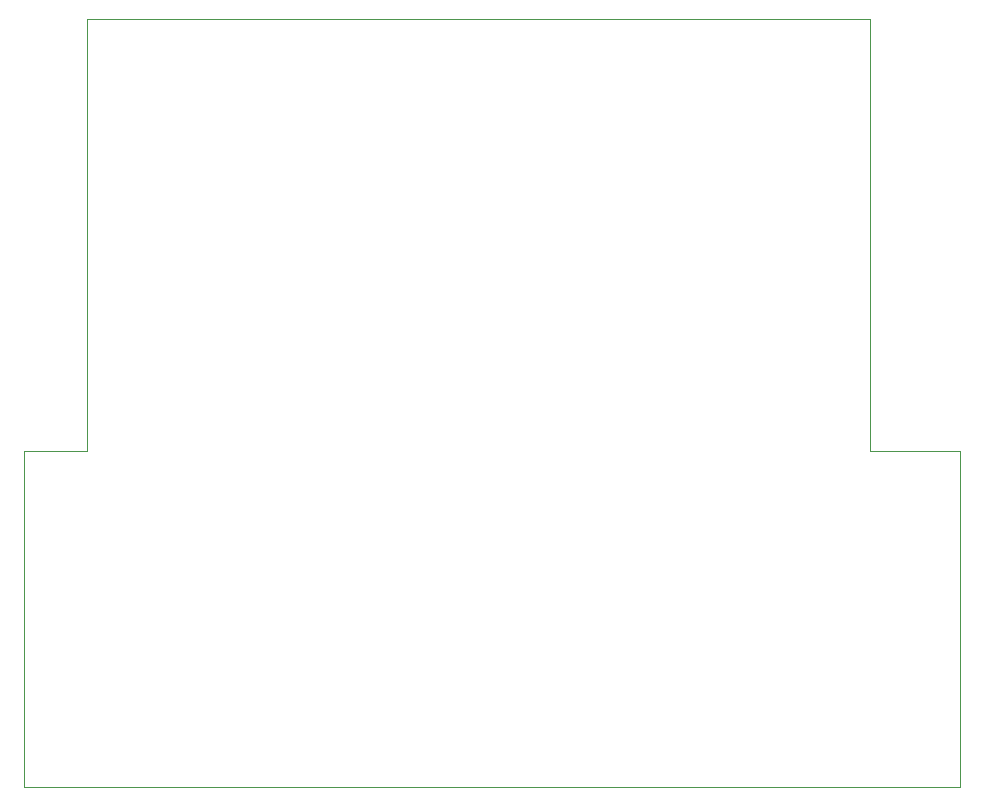
<source format=gbr>
%TF.GenerationSoftware,KiCad,Pcbnew,(6.0.1)*%
%TF.CreationDate,2022-06-01T15:12:45+03:00*%
%TF.ProjectId,Charge Adapter,43686172-6765-4204-9164-61707465722e,rev?*%
%TF.SameCoordinates,Original*%
%TF.FileFunction,Profile,NP*%
%FSLAX46Y46*%
G04 Gerber Fmt 4.6, Leading zero omitted, Abs format (unit mm)*
G04 Created by KiCad (PCBNEW (6.0.1)) date 2022-06-01 15:12:45*
%MOMM*%
%LPD*%
G01*
G04 APERTURE LIST*
%TA.AperFunction,Profile*%
%ADD10C,0.100000*%
%TD*%
G04 APERTURE END LIST*
D10*
X156464000Y-39370000D02*
X156464000Y-75946000D01*
X90170000Y-39370000D02*
X156464000Y-39370000D01*
X90170000Y-75946000D02*
X90170000Y-39370000D01*
X84836000Y-75946000D02*
X90170000Y-75946000D01*
X84836000Y-104394000D02*
X84836000Y-75946000D01*
X164084000Y-104394000D02*
X84836000Y-104394000D01*
X164084000Y-75946000D02*
X164084000Y-104394000D01*
X156464000Y-75946000D02*
X164084000Y-75946000D01*
M02*

</source>
